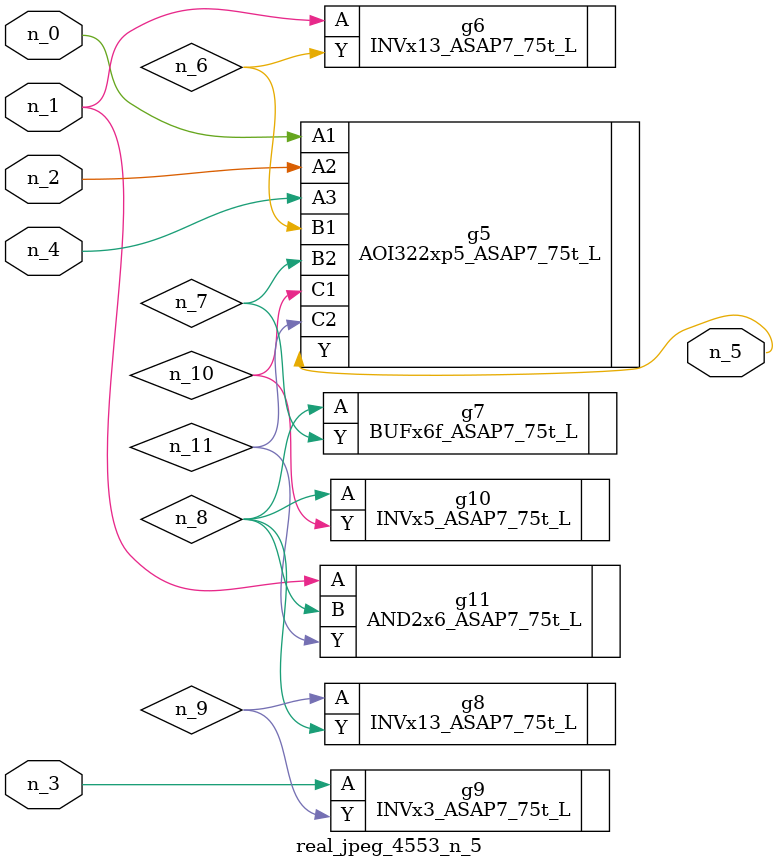
<source format=v>
module real_jpeg_4553_n_5 (n_4, n_0, n_1, n_2, n_3, n_5);

input n_4;
input n_0;
input n_1;
input n_2;
input n_3;

output n_5;

wire n_8;
wire n_11;
wire n_6;
wire n_7;
wire n_10;
wire n_9;

AOI322xp5_ASAP7_75t_L g5 ( 
.A1(n_0),
.A2(n_2),
.A3(n_4),
.B1(n_6),
.B2(n_7),
.C1(n_10),
.C2(n_11),
.Y(n_5)
);

INVx13_ASAP7_75t_L g6 ( 
.A(n_1),
.Y(n_6)
);

AND2x6_ASAP7_75t_L g11 ( 
.A(n_1),
.B(n_8),
.Y(n_11)
);

INVx3_ASAP7_75t_L g9 ( 
.A(n_3),
.Y(n_9)
);

BUFx6f_ASAP7_75t_L g7 ( 
.A(n_8),
.Y(n_7)
);

INVx5_ASAP7_75t_L g10 ( 
.A(n_8),
.Y(n_10)
);

INVx13_ASAP7_75t_L g8 ( 
.A(n_9),
.Y(n_8)
);


endmodule
</source>
